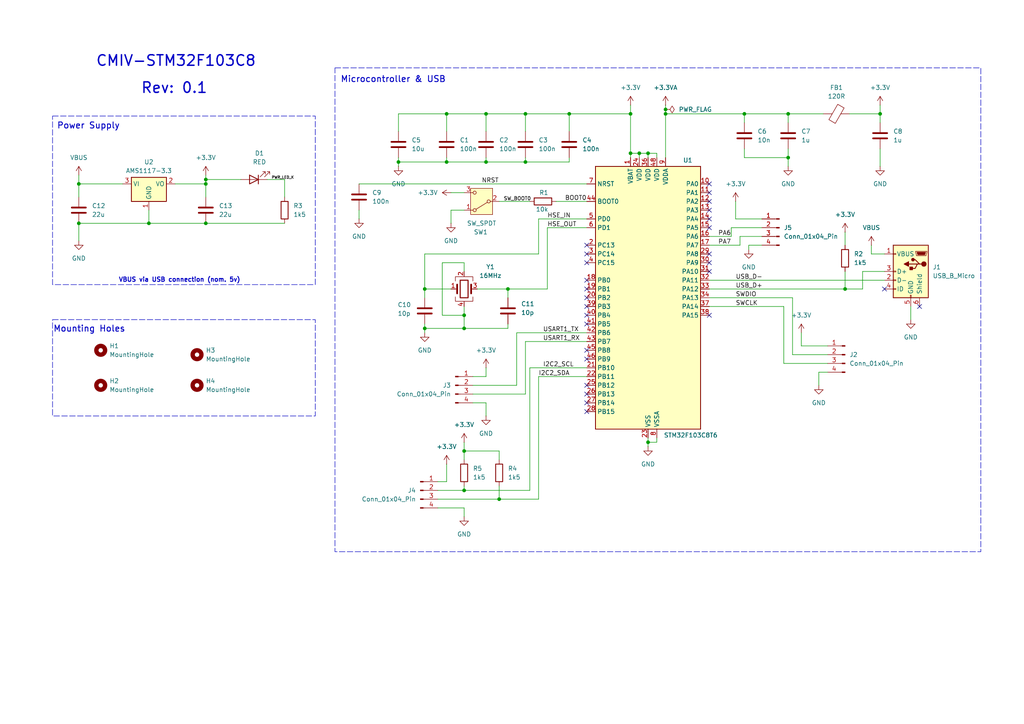
<source format=kicad_sch>
(kicad_sch (version 20250114) (generator "eeschema") (generator_version "9.0")
  (paper "A4")
  (title_block (title "CMIV STM32F103C8") (date "2025-04-14") (rev "0.1") (company "Oceanus Group LLC"))
  (lib_symbols
    (symbol "Connector:Conn_01x04_Pin" (pin_names (offset 1.016) (hide yes))
      (property "Reference" "J" (at 0 5.08 0))
      (property "Value" "Conn_01x04_Pin" (at 0 -7.62 0))
      (symbol "Conn_01x04_Pin_1_1"
        (rectangle (start 0.8636 2.667) (end 0 2.413) (stroke (width 0.1524)) (fill (type outline)))
        (rectangle (start 0.8636 0.127) (end 0 -0.127) (stroke (width 0.1524)) (fill (type outline)))
        (rectangle (start 0.8636 -2.413) (end 0 -2.667) (stroke (width 0.1524)) (fill (type outline)))
        (rectangle (start 0.8636 -4.953) (end 0 -5.207) (stroke (width 0.1524)) (fill (type outline)))
        (polyline (pts (xy 1.27 2.54) (xy 0.8636 2.54)) (stroke (width 0.1524)))
        (polyline (pts (xy 1.27 0) (xy 0.8636 0)) (stroke (width 0.1524)))
        (polyline (pts (xy 1.27 -2.54) (xy 0.8636 -2.54)) (stroke (width 0.1524)))
        (polyline (pts (xy 1.27 -5.08) (xy 0.8636 -5.08)) (stroke (width 0.1524)))
        (pin passive line (at 5.08 2.54 180) (length 3.81) (name "Pin_1") (number "1"))
        (pin passive line (at 5.08 0 180) (length 3.81) (name "Pin_2") (number "2"))
        (pin passive line (at 5.08 -2.54 180) (length 3.81) (name "Pin_3") (number "3"))
        (pin passive line (at 5.08 -5.08 180) (length 3.81) (name "Pin_4") (number "4"))
      )
    )
    (symbol "Connector:USB_B_Micro" (pin_names (offset 1.016))
      (property "Reference" "J" (at -5.08 11.43 0))
      (property "Value" "USB_B_Micro" (at -5.08 8.89 0))
      (symbol "USB_B_Micro_0_1"
        (rectangle (start -5.08 -7.62) (end 5.08 7.62) (stroke (width 0.254)) (fill (type background)))
        (polyline (pts (xy -4.699 5.842) (xy -4.699 5.588) (xy -4.445 4.826) (xy -4.445 4.572) (xy -1.651 4.572) (xy -1.651 4.826) (xy -1.397 5.588) (xy -1.397 5.842) (xy -4.699 5.842)))
        (polyline (pts (xy -4.318 5.588) (xy -1.778 5.588) (xy -2.032 4.826) (xy -4.064 4.826) (xy -4.318 5.588)) (fill (type outline)))
        (circle (center -3.81 2.159) (radius 0.635) (stroke (width 0.254)) (fill (type outline)))
        (polyline (pts (xy -3.175 2.159) (xy -2.54 2.159) (xy -1.27 3.429) (xy -0.635 3.429)) (stroke (width 0.254)))
        (polyline (pts (xy -2.54 2.159) (xy -1.905 2.159) (xy -1.27 0.889) (xy 0 0.889)) (stroke (width 0.254)))
        (polyline (pts (xy -1.905 2.159) (xy 0.635 2.159)) (stroke (width 0.254)))
        (circle (center -0.635 3.429) (radius 0.381) (stroke (width 0.254)) (fill (type outline)))
        (rectangle (start -0.127 -7.62) (end 0.127 -6.858))
        (rectangle (start 0.254 1.27) (end -0.508 0.508) (stroke (width 0.254)) (fill (type outline)))
        (polyline (pts (xy 0.635 2.794) (xy 0.635 1.524) (xy 1.905 2.159) (xy 0.635 2.794)) (stroke (width 0.254)) (fill (type outline)))
        (rectangle (start 5.08 4.953) (end 4.318 5.207))
        (rectangle (start 5.08 -0.127) (end 4.318 0.127))
        (rectangle (start 5.08 -2.667) (end 4.318 -2.413))
        (rectangle (start 5.08 -5.207) (end 4.318 -4.953))
      )
      (symbol "USB_B_Micro_1_1"
        (pin passive line (at -2.54 -10.16 90) (length 2.54) (name "Shield") (number "6"))
        (pin power_out line (at 0 -10.16 90) (length 2.54) (name "GND") (number "5"))
        (pin power_out line (at 7.62 5.08 180) (length 2.54) (name "VBUS") (number "1"))
        (pin bidirectional line (at 7.62 0 180) (length 2.54) (name "D+") (number "3"))
        (pin bidirectional line (at 7.62 -2.54 180) (length 2.54) (name "D-") (number "2"))
        (pin passive line (at 7.62 -5.08 180) (length 2.54) (name "ID") (number "4"))
      )
    )
    (symbol "Device:C" (pin_numbers (hide yes)) (pin_names (offset 0.254))
      (property "Reference" "C" (at 0.635 2.54 0))
      (property "Value" "C" (at 0.635 -2.54 0))
      (symbol "C_0_1"
        (polyline (pts (xy -2.032 0.762) (xy 2.032 0.762)) (stroke (width 0.508)))
        (polyline (pts (xy -2.032 -0.762) (xy 2.032 -0.762)) (stroke (width 0.508)))
      )
      (symbol "C_1_1"
        (pin passive line (at 0 3.81 270) (length 2.794) (name "~") (number "1"))
        (pin passive line (at 0 -3.81 90) (length 2.794) (name "~") (number "2"))
      )
    )
    (symbol "Device:Crystal_GND24" (pin_names (offset 1.016) (hide yes))
      (property "Reference" "Y" (at 3.175 5.08 0))
      (property "Value" "Crystal_GND24" (at 3.175 3.175 0))
      (symbol "Crystal_GND24_0_1"
        (polyline (pts (xy -2.54 2.286) (xy -2.54 3.556) (xy 2.54 3.556) (xy 2.54 2.286)))
        (polyline (pts (xy -2.54 0) (xy -2.032 0)))
        (polyline (pts (xy -2.54 -2.286) (xy -2.54 -3.556) (xy 2.54 -3.556) (xy 2.54 -2.286)))
        (polyline (pts (xy -2.032 -1.27) (xy -2.032 1.27)) (stroke (width 0.508)))
        (rectangle (start -1.143 2.54) (end 1.143 -2.54) (stroke (width 0.3048)))
        (polyline (pts (xy 0 3.556) (xy 0 3.81)))
        (polyline (pts (xy 0 -3.81) (xy 0 -3.556)))
        (polyline (pts (xy 2.032 0) (xy 2.54 0)))
        (polyline (pts (xy 2.032 -1.27) (xy 2.032 1.27)) (stroke (width 0.508)))
      )
      (symbol "Crystal_GND24_1_1"
        (pin passive line (at -3.81 0 0) (length 1.27) (name "1") (number "1"))
        (pin passive line (at 0 5.08 270) (length 1.27) (name "2") (number "2"))
        (pin passive line (at 0 -5.08 90) (length 1.27) (name "4") (number "4"))
        (pin passive line (at 3.81 0 180) (length 1.27) (name "3") (number "3"))
      )
    )
    (symbol "Device:FerriteBead" (pin_numbers (hide yes)) (pin_names (offset 0))
      (property "Reference" "FB" (at -3.81 0.635 90))
      (property "Value" "FerriteBead" (at 3.81 0 90))
      (symbol "FerriteBead_0_1"
        (polyline (pts (xy -2.7686 0.4064) (xy -1.7018 2.2606) (xy 2.7686 -0.3048) (xy 1.6764 -2.159) (xy -2.7686 0.4064)))
        (polyline (pts (xy 0 1.27) (xy 0 1.2954)))
        (polyline (pts (xy 0 -1.27) (xy 0 -1.2192)))
      )
      (symbol "FerriteBead_1_1"
        (pin passive line (at 0 3.81 270) (length 2.54) (name "~") (number "1"))
        (pin passive line (at 0 -3.81 90) (length 2.54) (name "~") (number "2"))
      )
    )
    (symbol "Device:LED" (pin_numbers (hide yes)) (pin_names (offset 1.016) (hide yes))
      (property "Reference" "D" (at 0 2.54 0))
      (property "Value" "LED" (at 0 -2.54 0))
      (symbol "LED_0_1"
        (polyline (pts (xy -3.048 -0.762) (xy -4.572 -2.286) (xy -3.81 -2.286) (xy -4.572 -2.286) (xy -4.572 -1.524)))
        (polyline (pts (xy -1.778 -0.762) (xy -3.302 -2.286) (xy -2.54 -2.286) (xy -3.302 -2.286) (xy -3.302 -1.524)))
        (polyline (pts (xy -1.27 0) (xy 1.27 0)))
        (polyline (pts (xy -1.27 -1.27) (xy -1.27 1.27)) (stroke (width 0.254)))
        (polyline (pts (xy 1.27 -1.27) (xy 1.27 1.27) (xy -1.27 0) (xy 1.27 -1.27)) (stroke (width 0.254)))
      )
      (symbol "LED_1_1"
        (pin passive line (at -3.81 0 0) (length 2.54) (name "K") (number "1"))
        (pin passive line (at 3.81 0 180) (length 2.54) (name "A") (number "2"))
      )
    )
    (symbol "Device:R" (pin_numbers (hide yes)) (pin_names (offset 0))
      (property "Reference" "R" (at 2.032 0 90))
      (property "Value" "R" (at 0 0 90))
      (symbol "R_0_1"
        (rectangle (start -1.016 -2.54) (end 1.016 2.54) (stroke (width 0.254)))
      )
      (symbol "R_1_1"
        (pin passive line (at 0 3.81 270) (length 1.27) (name "~") (number "1"))
        (pin passive line (at 0 -3.81 90) (length 1.27) (name "~") (number "2"))
      )
    )
    (symbol "MCU_ST_STM32F1:STM32F103C8Tx"
      (property "Reference" "U" (at -15.24 39.37 0))
      (property "Value" "STM32F103C8Tx" (at 7.62 39.37 0))
      (symbol "STM32F103C8Tx_0_1"
        (rectangle (start -15.24 -38.1) (end 15.24 38.1) (stroke (width 0.254)) (fill (type background)))
      )
      (symbol "STM32F103C8Tx_1_1"
        (pin input line (at -17.78 33.02 0) (length 2.54) (name "NRST") (number "7"))
        (pin input line (at -17.78 27.94 0) (length 2.54) (name "BOOT0") (number "44"))
        (pin bidirectional line (at -17.78 22.86 0) (length 2.54) (name "PD0") (number "5"))
        (pin bidirectional line (at -17.78 20.32 0) (length 2.54) (name "PD1") (number "6"))
        (pin bidirectional line (at -17.78 15.24 0) (length 2.54) (name "PC13") (number "2"))
        (pin bidirectional line (at -17.78 12.7 0) (length 2.54) (name "PC14") (number "3"))
        (pin bidirectional line (at -17.78 10.16 0) (length 2.54) (name "PC15") (number "4"))
        (pin bidirectional line (at -17.78 5.08 0) (length 2.54) (name "PB0") (number "18"))
        (pin bidirectional line (at -17.78 2.54 0) (length 2.54) (name "PB1") (number "19"))
        (pin bidirectional line (at -17.78 0 0) (length 2.54) (name "PB2") (number "20"))
        (pin bidirectional line (at -17.78 -2.54 0) (length 2.54) (name "PB3") (number "39"))
        (pin bidirectional line (at -17.78 -5.08 0) (length 2.54) (name "PB4") (number "40"))
        (pin bidirectional line (at -17.78 -7.62 0) (length 2.54) (name "PB5") (number "41"))
        (pin bidirectional line (at -17.78 -10.16 0) (length 2.54) (name "PB6") (number "42"))
        (pin bidirectional line (at -17.78 -12.7 0) (length 2.54) (name "PB7") (number "43"))
        (pin bidirectional line (at -17.78 -15.24 0) (length 2.54) (name "PB8") (number "45"))
        (pin bidirectional line (at -17.78 -17.78 0) (length 2.54) (name "PB9") (number "46"))
        (pin bidirectional line (at -17.78 -20.32 0) (length 2.54) (name "PB10") (number "21"))
        (pin bidirectional line (at -17.78 -22.86 0) (length 2.54) (name "PB11") (number "22"))
        (pin bidirectional line (at -17.78 -25.4 0) (length 2.54) (name "PB12") (number "25"))
        (pin bidirectional line (at -17.78 -27.94 0) (length 2.54) (name "PB13") (number "26"))
        (pin bidirectional line (at -17.78 -30.48 0) (length 2.54) (name "PB14") (number "27"))
        (pin bidirectional line (at -17.78 -33.02 0) (length 2.54) (name "PB15") (number "28"))
        (pin power_in line (at -5.08 40.64 270) (length 2.54) (name "VBAT") (number "1"))
        (pin power_in line (at -2.54 40.64 270) (length 2.54) (name "VDD") (number "24"))
        (pin power_in line (at 0 40.64 270) (length 2.54) (name "VDD") (number "36"))
        (pin power_in line (at 0 -40.64 90) (length 2.54) (name "VSS") (number "23"))
        (pin passive line (at 0 -40.64 90) (length 2.54) (hide yes) (name "VSS") (number "35"))
        (pin passive line (at 0 -40.64 90) (length 2.54) (hide yes) (name "VSS") (number "47"))
        (pin power_in line (at 2.54 40.64 270) (length 2.54) (name "VDD") (number "48"))
        (pin power_in line (at 2.54 -40.64 90) (length 2.54) (name "VSSA") (number "8"))
        (pin power_in line (at 5.08 40.64 270) (length 2.54) (name "VDDA") (number "9"))
        (pin bidirectional line (at 17.78 33.02 180) (length 2.54) (name "PA0") (number "10"))
        (pin bidirectional line (at 17.78 30.48 180) (length 2.54) (name "PA1") (number "11"))
        (pin bidirectional line (at 17.78 27.94 180) (length 2.54) (name "PA2") (number "12"))
        (pin bidirectional line (at 17.78 25.4 180) (length 2.54) (name "PA3") (number "13"))
        (pin bidirectional line (at 17.78 22.86 180) (length 2.54) (name "PA4") (number "14"))
        (pin bidirectional line (at 17.78 20.32 180) (length 2.54) (name "PA5") (number "15"))
        (pin bidirectional line (at 17.78 17.78 180) (length 2.54) (name "PA6") (number "16"))
        (pin bidirectional line (at 17.78 15.24 180) (length 2.54) (name "PA7") (number "17"))
        (pin bidirectional line (at 17.78 12.7 180) (length 2.54) (name "PA8") (number "29"))
        (pin bidirectional line (at 17.78 10.16 180) (length 2.54) (name "PA9") (number "30"))
        (pin bidirectional line (at 17.78 7.62 180) (length 2.54) (name "PA10") (number "31"))
        (pin bidirectional line (at 17.78 5.08 180) (length 2.54) (name "PA11") (number "32"))
        (pin bidirectional line (at 17.78 2.54 180) (length 2.54) (name "PA12") (number "33"))
        (pin bidirectional line (at 17.78 0 180) (length 2.54) (name "PA13") (number "34"))
        (pin bidirectional line (at 17.78 -2.54 180) (length 2.54) (name "PA14") (number "37"))
        (pin bidirectional line (at 17.78 -5.08 180) (length 2.54) (name "PA15") (number "38"))
      )
    )
    (symbol "Mechanical:MountingHole" (pin_names (offset 1.016)) (in_bom no)
      (property "Reference" "H" (at 0 5.08 0))
      (property "Value" "MountingHole" (at 0 3.175 0))
      (symbol "MountingHole_0_1"
        (circle (center 0 0) (radius 1.27) (stroke (width 1.27)))
      )
    )
    (symbol "Regulator_Linear:AMS1117-3.3"
      (property "Reference" "U" (at -3.81 3.175 0))
      (property "Value" "AMS1117-3.3" (at 0 3.175 0))
      (symbol "AMS1117-3.3_0_1"
        (rectangle (start -5.08 -5.08) (end 5.08 1.905) (stroke (width 0.254)) (fill (type background)))
      )
      (symbol "AMS1117-3.3_1_1"
        (pin power_in line (at -7.62 0 0) (length 2.54) (name "VI") (number "3"))
        (pin power_in line (at 0 -7.62 90) (length 2.54) (name "GND") (number "1"))
        (pin power_out line (at 7.62 0 180) (length 2.54) (name "VO") (number "2"))
      )
    )
    (symbol "Switch:SW_SPDT" (pin_names (offset 0) (hide yes))
      (property "Reference" "SW" (at 0 5.08 0))
      (property "Value" "SW_SPDT" (at 0 -5.08 0))
      (symbol "SW_SPDT_0_1"
        (circle (center -2.032 0) (radius 0.4572))
        (polyline (pts (xy -1.651 0.254) (xy 1.651 2.286)))
        (circle (center 2.032 2.54) (radius 0.4572))
        (circle (center 2.032 -2.54) (radius 0.4572))
      )
      (symbol "SW_SPDT_1_1"
        (rectangle (start -3.175 3.81) (end 3.175 -3.81) (fill (type background)))
        (pin passive line (at -5.08 0 0) (length 2.54) (name "B") (number "2"))
        (pin passive line (at 5.08 2.54 180) (length 2.54) (name "A") (number "1"))
        (pin passive line (at 5.08 -2.54 180) (length 2.54) (name "C") (number "3"))
      )
    )
    (symbol "power:+3.3V" (power) (pin_numbers (hide yes)) (pin_names (offset 0) (hide yes))
      (property "Value" "+3.3V" (at 0 3.556 0))
      (symbol "+3.3V_0_1"
        (polyline (pts (xy -0.762 1.27) (xy 0 2.54)))
        (polyline (pts (xy 0 2.54) (xy 0.762 1.27)))
        (polyline (pts (xy 0 0) (xy 0 2.54)))
      )
      (symbol "+3.3V_1_1"
        (pin power_in line (at 0 0 90) (length 0) (name "~") (number "1"))
      )
    )
    (symbol "power:+3.3VA" (power) (pin_numbers (hide yes)) (pin_names (offset 0) (hide yes))
      (property "Value" "+3.3VA" (at 0 3.556 0))
      (symbol "+3.3VA_0_1"
        (polyline (pts (xy -0.762 1.27) (xy 0 2.54)))
        (polyline (pts (xy 0 2.54) (xy 0.762 1.27)))
        (polyline (pts (xy 0 0) (xy 0 2.54)))
      )
      (symbol "+3.3VA_1_1"
        (pin power_in line (at 0 0 90) (length 0) (name "~") (number "1"))
      )
    )
    (symbol "power:GND" (power) (pin_numbers (hide yes)) (pin_names (offset 0) (hide yes))
      (property "Value" "GND" (at 0 -3.81 0))
      (symbol "GND_0_1"
        (polyline (pts (xy 0 0) (xy 0 -1.27) (xy 1.27 -1.27) (xy 0 -2.54) (xy -1.27 -1.27) (xy 0 -1.27)))
      )
      (symbol "GND_1_1"
        (pin power_in line (at 0 0 270) (length 0) (name "~") (number "1"))
      )
    )
    (symbol "power:PWR_FLAG" (power) (pin_numbers (hide yes)) (pin_names (offset 0) (hide yes))
      (property "Value" "PWR_FLAG" (at 0 3.81 0))
      (symbol "PWR_FLAG_0_0"
        (pin power_out line (at 0 0 90) (length 0) (name "~") (number "1"))
      )
      (symbol "PWR_FLAG_0_1"
        (polyline (pts (xy 0 0) (xy 0 1.27) (xy -1.016 1.905) (xy 0 2.54) (xy 1.016 1.905) (xy 0 1.27)))
      )
    )
    (symbol "power:VBUS" (power) (pin_numbers (hide yes)) (pin_names (offset 0) (hide yes))
      (property "Value" "VBUS" (at 0 3.556 0))
      (symbol "VBUS_0_1"
        (polyline (pts (xy -0.762 1.27) (xy 0 2.54)))
        (polyline (pts (xy 0 2.54) (xy 0.762 1.27)))
        (polyline (pts (xy 0 0) (xy 0 2.54)))
      )
      (symbol "VBUS_1_1"
        (pin power_in line (at 0 0 90) (length 0) (name "~") (number "1"))
      )
    )
  )
  (rectangle (start 15.24 92.71) (end 91.44 120.65) (stroke (width 0) (type dash)))
  (rectangle (start 97.155 19.685) (end 284.48 160.02) (stroke (width 0) (type dash)))
  (rectangle (start 15.24 33.655) (end 91.44 82.55) (stroke (width 0) (type dash)))
  (text "Rev: 0.1" (at 50.546 25.654 0) (effects (font (size 3.048 3.048) (thickness 0.4064) (bold yes))))
  (text "Power Supply" (at 25.654 36.576 0) (effects (font (size 1.778 1.778) (thickness 0.254) (bold yes))))
  (text "VBUS via USB connection (nom. 5v)" (at 52.07 81.28 0) (effects (font (size 1.27 1.27) (thickness 0.254) (bold yes))))
  (text "Mounting Holes\n" (at 25.908 95.504 0) (effects (font (size 1.778 1.778) (thickness 0.254) (bold yes))))
  (text "CMIV-STM32F103C8" (at 51.054 17.78 0) (effects (font (size 3.048 3.048) (thickness 0.4064) (bold yes))))
  (text "Microcontroller & USB" (at 114.046 23.114 0) (effects (font (size 1.778 1.778) (thickness 0.254) (bold yes))))
  (junction (at 134.62 130.81))
  (junction (at 115.57 46.99))
  (junction (at 228.6 45.72))
  (junction (at 123.19 83.82))
  (junction (at 43.18 64.77))
  (junction (at 129.54 33.02))
  (junction (at 140.97 46.99))
  (junction (at 193.04 31.75))
  (junction (at 245.11 83.82))
  (junction (at 134.62 95.25))
  (junction (at 140.97 33.02))
  (junction (at 215.9 33.02))
  (junction (at 134.62 91.44))
  (junction (at 193.04 33.02))
  (junction (at 152.4 46.99))
  (junction (at 129.54 46.99))
  (junction (at 59.69 64.77))
  (junction (at 185.42 44.45))
  (junction (at 165.1 33.02))
  (junction (at 228.6 33.02))
  (junction (at 22.86 53.34))
  (junction (at 187.96 44.45))
  (junction (at 134.62 142.24))
  (junction (at 182.88 33.02))
  (junction (at 187.96 128.27))
  (junction (at 123.19 95.25))
  (junction (at 59.69 53.34))
  (junction (at 255.27 33.02))
  (junction (at 152.4 33.02))
  (junction (at 59.69 52.07))
  (junction (at 22.86 64.77))
  (junction (at 147.32 83.82))
  (junction (at 144.78 144.78))
  (junction (at 182.88 44.45))
  (no_connect (at 170.18 83.82))
  (no_connect (at 205.74 58.42))
  (no_connect (at 170.18 104.14))
  (no_connect (at 170.18 101.6))
  (no_connect (at 170.18 119.38))
  (no_connect (at 205.74 78.74))
  (no_connect (at 170.18 81.28))
  (no_connect (at 170.18 76.2))
  (no_connect (at 170.18 71.12))
  (no_connect (at 205.74 91.44))
  (no_connect (at 205.74 76.2))
  (no_connect (at 170.18 111.76))
  (no_connect (at 170.18 88.9))
  (no_connect (at 205.74 60.96))
  (no_connect (at 205.74 66.04))
  (no_connect (at 170.18 86.36))
  (no_connect (at 205.74 55.88))
  (no_connect (at 170.18 116.84))
  (no_connect (at 256.54 83.82))
  (no_connect (at 205.74 73.66))
  (no_connect (at 170.18 114.3))
  (no_connect (at 170.18 73.66))
  (no_connect (at 170.18 91.44))
  (no_connect (at 205.74 63.5))
  (no_connect (at 266.7 88.9))
  (no_connect (at 205.74 53.34))
  (no_connect (at 170.18 93.98))
  (wire (pts (xy 165.1 45.72) (xy 165.1 46.99)))
  (wire (pts (xy 190.5 44.45) (xy 187.96 44.45)))
  (wire (pts (xy 104.14 53.34) (xy 170.18 53.34)))
  (wire (pts (xy 127 144.78) (xy 144.78 144.78)))
  (wire (pts (xy 228.6 43.18) (xy 228.6 45.72)))
  (wire (pts (xy 193.04 45.72) (xy 193.04 33.02)))
  (wire (pts (xy 137.16 111.76) (xy 149.86 111.76)))
  (wire (pts (xy 147.32 83.82) (xy 147.32 86.36)))
  (wire (pts (xy 144.78 140.97) (xy 144.78 144.78)))
  (wire (pts (xy 205.74 86.36) (xy 229.87 86.36)))
  (wire (pts (xy 205.74 71.12) (xy 214.63 71.12)))
  (wire (pts (xy 252.73 71.12) (xy 252.73 73.66)))
  (wire (pts (xy 50.8 53.34) (xy 59.69 53.34)))
  (wire (pts (xy 190.5 128.27) (xy 187.96 128.27)))
  (wire (pts (xy 193.04 33.02) (xy 215.9 33.02)))
  (wire (pts (xy 134.62 88.9) (xy 134.62 91.44)))
  (wire (pts (xy 182.88 44.45) (xy 182.88 45.72)))
  (wire (pts (xy 115.57 38.1) (xy 115.57 33.02)))
  (wire (pts (xy 228.6 33.02) (xy 228.6 35.56)))
  (wire (pts (xy 22.86 53.34) (xy 22.86 57.15)))
  (wire (pts (xy 77.47 52.07) (xy 82.55 52.07)))
  (wire (pts (xy 232.41 96.52) (xy 232.41 100.33)))
  (wire (pts (xy 134.62 147.32) (xy 134.62 149.86)))
  (wire (pts (xy 134.62 95.25) (xy 147.32 95.25)))
  (wire (pts (xy 144.78 58.42) (xy 153.67 58.42)))
  (wire (pts (xy 240.03 105.41) (xy 227.33 105.41)))
  (wire (pts (xy 240.03 102.87) (xy 229.87 102.87)))
  (wire (pts (xy 59.69 52.07) (xy 69.85 52.07)))
  (wire (pts (xy 104.14 60.96) (xy 104.14 63.5)))
  (wire (pts (xy 215.9 33.02) (xy 228.6 33.02)))
  (wire (pts (xy 134.62 128.27) (xy 134.62 130.81)))
  (wire (pts (xy 128.27 76.2) (xy 128.27 91.44)))
  (wire (pts (xy 134.62 142.24) (xy 153.67 142.24)))
  (wire (pts (xy 152.4 46.99) (xy 165.1 46.99)))
  (wire (pts (xy 115.57 46.99) (xy 115.57 48.26)))
  (wire (pts (xy 220.98 71.12) (xy 217.17 71.12)))
  (wire (pts (xy 138.43 83.82) (xy 147.32 83.82)))
  (wire (pts (xy 187.96 128.27) (xy 187.96 129.54)))
  (wire (pts (xy 147.32 83.82) (xy 158.75 83.82)))
  (wire (pts (xy 205.74 68.58) (xy 212.09 68.58)))
  (wire (pts (xy 22.86 64.77) (xy 43.18 64.77)))
  (wire (pts (xy 129.54 33.02) (xy 140.97 33.02)))
  (wire (pts (xy 232.41 100.33) (xy 240.03 100.33)))
  (wire (pts (xy 220.98 68.58) (xy 214.63 68.58)))
  (wire (pts (xy 35.56 53.34) (xy 22.86 53.34)))
  (wire (pts (xy 115.57 45.72) (xy 115.57 46.99)))
  (wire (pts (xy 229.87 102.87) (xy 229.87 86.36)))
  (wire (pts (xy 185.42 45.72) (xy 185.42 44.45)))
  (wire (pts (xy 134.62 130.81) (xy 144.78 130.81)))
  (wire (pts (xy 123.19 95.25) (xy 123.19 96.52)))
  (wire (pts (xy 123.19 95.25) (xy 134.62 95.25)))
  (wire (pts (xy 140.97 116.84) (xy 140.97 120.65)))
  (wire (pts (xy 215.9 43.18) (xy 215.9 45.72)))
  (wire (pts (xy 59.69 64.77) (xy 82.55 64.77)))
  (wire (pts (xy 130.81 55.88) (xy 134.62 55.88)))
  (wire (pts (xy 190.5 45.72) (xy 190.5 44.45)))
  (wire (pts (xy 123.19 83.82) (xy 123.19 86.36)))
  (wire (pts (xy 127 147.32) (xy 134.62 147.32)))
  (wire (pts (xy 255.27 30.48) (xy 255.27 33.02)))
  (wire (pts (xy 245.11 78.74) (xy 245.11 83.82)))
  (wire (pts (xy 152.4 45.72) (xy 152.4 46.99)))
  (wire (pts (xy 153.67 106.68) (xy 170.18 106.68)))
  (wire (pts (xy 182.88 33.02) (xy 182.88 44.45)))
  (wire (pts (xy 134.62 78.74) (xy 134.62 76.2)))
  (wire (pts (xy 256.54 78.74) (xy 250.19 78.74)))
  (wire (pts (xy 264.16 88.9) (xy 264.16 92.71)))
  (wire (pts (xy 147.32 93.98) (xy 147.32 95.25)))
  (wire (pts (xy 255.27 33.02) (xy 246.38 33.02)))
  (wire (pts (xy 123.19 73.66) (xy 156.21 73.66)))
  (wire (pts (xy 144.78 133.35) (xy 144.78 130.81)))
  (wire (pts (xy 228.6 45.72) (xy 228.6 48.26)))
  (wire (pts (xy 250.19 78.74) (xy 250.19 83.82)))
  (wire (pts (xy 129.54 45.72) (xy 129.54 46.99)))
  (wire (pts (xy 129.54 46.99) (xy 140.97 46.99)))
  (wire (pts (xy 187.96 127) (xy 187.96 128.27)))
  (wire (pts (xy 59.69 50.8) (xy 59.69 52.07)))
  (wire (pts (xy 123.19 93.98) (xy 123.19 95.25)))
  (wire (pts (xy 187.96 44.45) (xy 185.42 44.45)))
  (wire (pts (xy 182.88 30.48) (xy 182.88 33.02)))
  (wire (pts (xy 190.5 127) (xy 190.5 128.27)))
  (wire (pts (xy 140.97 33.02) (xy 152.4 33.02)))
  (wire (pts (xy 137.16 114.3) (xy 152.4 114.3)))
  (wire (pts (xy 158.75 66.04) (xy 170.18 66.04)))
  (wire (pts (xy 115.57 33.02) (xy 129.54 33.02)))
  (wire (pts (xy 215.9 33.02) (xy 215.9 35.56)))
  (wire (pts (xy 217.17 71.12) (xy 217.17 72.39)))
  (wire (pts (xy 144.78 144.78) (xy 156.21 144.78)))
  (wire (pts (xy 43.18 64.77) (xy 59.69 64.77)))
  (wire (pts (xy 137.16 109.22) (xy 140.97 109.22)))
  (wire (pts (xy 187.96 45.72) (xy 187.96 44.45)))
  (wire (pts (xy 205.74 83.82) (xy 245.11 83.82)))
  (wire (pts (xy 156.21 109.22) (xy 170.18 109.22)))
  (wire (pts (xy 156.21 144.78) (xy 156.21 109.22)))
  (wire (pts (xy 128.27 91.44) (xy 134.62 91.44)))
  (wire (pts (xy 82.55 52.07) (xy 82.55 57.15)))
  (wire (pts (xy 214.63 68.58) (xy 214.63 71.12)))
  (wire (pts (xy 140.97 38.1) (xy 140.97 33.02)))
  (wire (pts (xy 149.86 111.76) (xy 149.86 96.52)))
  (wire (pts (xy 193.04 31.75) (xy 193.04 33.02)))
  (wire (pts (xy 22.86 50.8) (xy 22.86 53.34)))
  (wire (pts (xy 123.19 83.82) (xy 123.19 73.66)))
  (wire (pts (xy 59.69 52.07) (xy 59.69 53.34)))
  (wire (pts (xy 137.16 116.84) (xy 140.97 116.84)))
  (wire (pts (xy 161.29 58.42) (xy 170.18 58.42)))
  (wire (pts (xy 152.4 33.02) (xy 165.1 33.02)))
  (wire (pts (xy 165.1 33.02) (xy 182.88 33.02)))
  (wire (pts (xy 240.03 107.95) (xy 237.49 107.95)))
  (wire (pts (xy 152.4 38.1) (xy 152.4 33.02)))
  (wire (pts (xy 237.49 107.95) (xy 237.49 111.76)))
  (wire (pts (xy 228.6 33.02) (xy 238.76 33.02)))
  (wire (pts (xy 220.98 66.04) (xy 212.09 66.04)))
  (wire (pts (xy 134.62 60.96) (xy 130.81 60.96)))
  (wire (pts (xy 220.98 63.5) (xy 213.36 63.5)))
  (wire (pts (xy 212.09 66.04) (xy 212.09 68.58)))
  (wire (pts (xy 205.74 81.28) (xy 256.54 81.28)))
  (wire (pts (xy 134.62 76.2) (xy 128.27 76.2)))
  (wire (pts (xy 205.74 88.9) (xy 227.33 88.9)))
  (wire (pts (xy 255.27 35.56) (xy 255.27 33.02)))
  (wire (pts (xy 140.97 45.72) (xy 140.97 46.99)))
  (wire (pts (xy 227.33 105.41) (xy 227.33 88.9)))
  (wire (pts (xy 130.81 60.96) (xy 130.81 64.77)))
  (wire (pts (xy 255.27 43.18) (xy 255.27 48.26)))
  (wire (pts (xy 134.62 140.97) (xy 134.62 142.24)))
  (wire (pts (xy 129.54 38.1) (xy 129.54 33.02)))
  (wire (pts (xy 252.73 73.66) (xy 256.54 73.66)))
  (wire (pts (xy 130.81 83.82) (xy 123.19 83.82)))
  (wire (pts (xy 213.36 63.5) (xy 213.36 58.42)))
  (wire (pts (xy 185.42 44.45) (xy 182.88 44.45)))
  (wire (pts (xy 129.54 134.62) (xy 129.54 139.7)))
  (wire (pts (xy 127 142.24) (xy 134.62 142.24)))
  (wire (pts (xy 134.62 91.44) (xy 134.62 95.25)))
  (wire (pts (xy 156.21 63.5) (xy 170.18 63.5)))
  (wire (pts (xy 134.62 130.81) (xy 134.62 133.35)))
  (wire (pts (xy 140.97 46.99) (xy 152.4 46.99)))
  (wire (pts (xy 115.57 46.99) (xy 129.54 46.99)))
  (wire (pts (xy 140.97 109.22) (xy 140.97 106.68)))
  (wire (pts (xy 153.67 142.24) (xy 153.67 106.68)))
  (wire (pts (xy 245.11 67.31) (xy 245.11 71.12)))
  (wire (pts (xy 158.75 83.82) (xy 158.75 66.04)))
  (wire (pts (xy 152.4 99.06) (xy 170.18 99.06)))
  (wire (pts (xy 149.86 96.52) (xy 170.18 96.52)))
  (wire (pts (xy 193.04 30.48) (xy 193.04 31.75)))
  (wire (pts (xy 245.11 83.82) (xy 250.19 83.82)))
  (wire (pts (xy 152.4 114.3) (xy 152.4 99.06)))
  (wire (pts (xy 156.21 73.66) (xy 156.21 63.5)))
  (wire (pts (xy 43.18 60.96) (xy 43.18 64.77)))
  (wire (pts (xy 127 139.7) (xy 129.54 139.7)))
  (wire (pts (xy 165.1 38.1) (xy 165.1 33.02)))
  (wire (pts (xy 215.9 45.72) (xy 228.6 45.72)))
  (wire (pts (xy 59.69 57.15) (xy 59.69 53.34)))
  (wire (pts (xy 22.86 64.77) (xy 22.86 69.85)))
  (label "NRST" (at 139.7 53.34 0))
  (label "SWCLK" (at 213.36 88.9 0))
  (label "USB_D-" (at 213.36 81.28 0))
  (label "SW_BOOT0" (at 146.05 58.42 0) (effects (font (size 1.016 1.016))))
  (label "I2C2_SCL" (at 157.48 106.68 0))
  (label "PWR_LED_K" (at 78.74 52.07 0) (effects (font (size 0.762 0.762))))
  (label "SWDIO" (at 213.36 86.36 0))
  (label "PA6" (at 208.28 68.58 0))
  (label "BOOT0" (at 163.83 58.42 0))
  (label "I2C2_SDA" (at 156.21 109.22 0))
  (label "USART1_RX" (at 157.48 99.06 0))
  (label "USART1_TX" (at 157.48 96.52 0))
  (label "HSE_OUT" (at 158.75 66.04 0))
  (label "USB_D+" (at 213.36 83.82 0))
  (label "HSE_IN" (at 158.75 63.5 0))
  (label "PA7" (at 208.28 71.12 0))
  (symbol (lib_id "power:+3.3V") (at 255.27 30.48 0) (unit 1)
    (property "Reference" "#PWR07" (effects (hide yes)))
    (property "Value" "+3.3V" (at 255.27 25.4 0))
    (property "Description" "Power symbol creates a global label with name \"+3.3V\"" (effects (hide yes)))
  )
  (symbol (lib_id "Device:C") (at 255.27 39.37 0) (unit 1)
    (property "Reference" "C8" (at 259.08 38.0999 0) (effects (justify left)))
    (property "Value" "1u" (at 259.08 40.6399 0) (effects (justify left)))
    (property "Footprint" "Capacitor_SMD:C_0402_1005Metric" (effects (hide yes)))
    (property "Description" "Unpolarized capacitor" (effects (hide yes)))
  )
  (symbol (lib_id "Device:C") (at 22.86 60.96 0) (unit 1)
    (property "Reference" "C12" (at 26.67 59.6899 0) (effects (justify left)))
    (property "Value" "22u" (at 26.67 62.2299 0) (effects (justify left)))
    (property "Footprint" "Capacitor_SMD:C_0805_2012Metric" (effects (hide yes)))
    (property "Description" "Unpolarized capacitor" (effects (hide yes)))
  )
  (symbol (lib_id "Device:C") (at 129.54 41.91 0) (unit 1)
    (property "Reference" "C1" (at 133.35 40.6399 0) (effects (justify left)))
    (property "Value" "100n" (at 133.35 43.1799 0) (effects (justify left)))
    (property "Footprint" "Capacitor_SMD:C_0402_1005Metric" (effects (hide yes)))
    (property "Description" "Unpolarized capacitor" (effects (hide yes)))
  )
  (symbol (lib_id "power:GND") (at 264.16 92.71 0) (unit 1)
    (property "Reference" "#PWR013" (effects (hide yes)))
    (property "Value" "GND" (at 264.16 97.79 0))
    (property "Description" "Power symbol creates a global label with name \"GND\" , ground" (effects (hide yes)))
  )
  (symbol (lib_id "Device:Crystal_GND24") (at 134.62 83.82 0) (unit 1)
    (property "Reference" "Y1" (at 142.24 77.3998 0))
    (property "Value" "16MHz" (at 142.24 79.9398 0))
    (property "Footprint" "Crystal:Crystal_SMD_3225-4Pin_3.2x2.5mm" (effects (hide yes)))
    (property "Description" "Four pin crystal, GND on pins 2 and 4" (effects (hide yes)))
  )
  (symbol (lib_id "power:VBUS") (at 252.73 71.12 0) (unit 1)
    (property "Reference" "#PWR012" (effects (hide yes)))
    (property "Value" "VBUS" (at 252.73 66.04 0))
    (property "Description" "Power symbol creates a global label with name \"VBUS\"" (effects (hide yes)))
  )
  (symbol (lib_id "Connector:USB_B_Micro") (at 264.16 78.74 0) (mirror y) (unit 1)
    (property "Reference" "J1" (at 270.51 77.4699 0) (effects (justify right)))
    (property "Value" "USB_B_Micro" (at 270.51 80.0099 0) (effects (justify right)))
    (property "Footprint" "Connector_USB:USB_Micro-B_XKB_U254-051T-4BH83-F1S" (effects (hide yes)))
    (property "Description" "USB Micro Type B connector" (effects (hide yes)))
  )
  (symbol (lib_id "power:+3.3V") (at 140.97 106.68 0) (unit 1)
    (property "Reference" "#PWR021" (effects (hide yes)))
    (property "Value" "+3.3V" (at 140.97 101.6 0))
    (property "Description" "Power symbol creates a global label with name \"+3.3V\"" (effects (hide yes)))
  )
  (symbol (lib_id "Device:R") (at 134.62 137.16 0) (unit 1)
    (property "Reference" "R5" (at 137.16 135.8899 0) (effects (justify left)))
    (property "Value" "1k5" (at 137.16 138.4299 0) (effects (justify left)))
    (property "Footprint" "Resistor_SMD:R_0402_1005Metric" (effects (hide yes)))
    (property "Description" "Resistor" (effects (hide yes)))
  )
  (symbol (lib_id "Device:C") (at 228.6 39.37 0) (unit 1)
    (property "Reference" "C7" (at 232.41 38.0999 0) (effects (justify left)))
    (property "Value" "1u" (at 232.41 40.6399 0) (effects (justify left)))
    (property "Footprint" "Capacitor_SMD:C_0402_1005Metric" (effects (hide yes)))
    (property "Description" "Unpolarized capacitor" (effects (hide yes)))
  )
  (symbol (lib_id "Device:R") (at 157.48 58.42 90) (unit 1)
    (property "Reference" "R1" (at 157.734 55.88 90))
    (property "Value" "10k" (at 157.226 60.706 90))
    (property "Footprint" "Resistor_SMD:R_0402_1005Metric" (effects (hide yes)))
    (property "Description" "Resistor" (effects (hide yes)))
  )
  (symbol (lib_id "power:GND") (at 115.57 48.26 0) (unit 1)
    (property "Reference" "#PWR03" (effects (hide yes)))
    (property "Value" "GND" (at 115.57 53.34 0))
    (property "Description" "Power symbol creates a global label with name \"GND\" , ground" (effects (hide yes)))
  )
  (symbol (lib_id "Device:C") (at 115.57 41.91 0) (unit 1)
    (property "Reference" "C5" (at 119.38 40.6399 0) (effects (justify left)))
    (property "Value" "10u" (at 119.38 43.1799 0) (effects (justify left)))
    (property "Footprint" "Capacitor_SMD:C_0603_1608Metric" (effects (hide yes)))
    (property "Description" "Unpolarized capacitor" (effects (hide yes)))
  )
  (symbol (lib_id "power:GND") (at 228.6 48.26 0) (unit 1)
    (property "Reference" "#PWR05" (effects (hide yes)))
    (property "Value" "GND" (at 228.6 53.34 0))
    (property "Description" "Power symbol creates a global label with name \"GND\" , ground" (effects (hide yes)))
  )
  (symbol (lib_id "power:+3.3V") (at 213.36 58.42 0) (unit 1)
    (property "Reference" "#PWR025" (effects (hide yes)))
    (property "Value" "+3.3V" (at 213.36 53.34 0))
    (property "Description" "Power symbol creates a global label with name \"+3.3V\"" (effects (hide yes)))
  )
  (symbol (lib_id "power:GND") (at 104.14 63.5 0) (unit 1)
    (property "Reference" "#PWR08" (effects (hide yes)))
    (property "Value" "GND" (at 104.14 68.58 0))
    (property "Description" "Power symbol creates a global label with name \"GND\" , ground" (effects (hide yes)))
  )
  (symbol (lib_id "Device:C") (at 147.32 90.17 0) (unit 1)
    (property "Reference" "C11" (at 151.13 88.138 0) (effects (justify left)))
    (property "Value" "10p" (at 151.13 90.678 0) (effects (justify left)))
    (property "Footprint" "Capacitor_SMD:C_0402_1005Metric" (effects (hide yes)))
    (property "Description" "Unpolarized capacitor" (effects (hide yes)))
  )
  (symbol (lib_id "Connector:Conn_01x04_Pin") (at 245.11 102.87 0) (mirror y) (unit 1)
    (property "Reference" "J2" (at 246.38 102.8699 0) (effects (justify right)))
    (property "Value" "Conn_01x04_Pin" (at 246.38 105.4099 0) (effects (justify right)))
    (property "Footprint" "Connector_PinHeader_2.54mm:PinHeader_1x04_P2.54mm_Vertical" (effects (hide yes)))
    (property "Description" "Generic connector, single row, 01x04, script generated" (effects (hide yes)))
  )
  (symbol (lib_id "power:+3.3VA") (at 193.04 30.48 0) (unit 1)
    (property "Reference" "#PWR04" (effects (hide yes)))
    (property "Value" "+3.3VA" (at 193.04 25.4 0))
    (property "Description" "Power symbol creates a global label with name \"+3.3VA\"" (effects (hide yes)))
  )
  (symbol (lib_id "power:GND") (at 255.27 48.26 0) (unit 1)
    (property "Reference" "#PWR06" (effects (hide yes)))
    (property "Value" "GND" (at 255.27 53.34 0))
    (property "Description" "Power symbol creates a global label with name \"GND\" , ground" (effects (hide yes)))
  )
  (symbol (lib_id "Mechanical:MountingHole") (at 57.15 111.76 0) (unit 1) (in_bom no)
    (property "Reference" "H4" (at 59.69 110.4899 0) (effects (justify left)))
    (property "Value" "MountingHole" (at 59.69 113.0299 0) (effects (justify left)))
    (property "Footprint" "MountingHole:MountingHole_2.2mm_M2" (effects (hide yes)))
    (property "Description" "Mounting Hole without connection" (effects (hide yes)))
  )
  (symbol (lib_id "Device:R") (at 82.55 60.96 0) (unit 1)
    (property "Reference" "R3" (at 85.09 59.6899 0) (effects (justify left)))
    (property "Value" "1k5" (at 85.09 62.2299 0) (effects (justify left)))
    (property "Footprint" "Resistor_SMD:R_0402_1005Metric" (effects (hide yes)))
    (property "Description" "Resistor" (effects (hide yes)))
  )
  (symbol (lib_id "Device:C") (at 140.97 41.91 0) (unit 1)
    (property "Reference" "C2" (at 144.78 40.6399 0) (effects (justify left)))
    (property "Value" "100n" (at 144.78 43.1799 0) (effects (justify left)))
    (property "Footprint" "Capacitor_SMD:C_0402_1005Metric" (effects (hide yes)))
    (property "Description" "Unpolarized capacitor" (effects (hide yes)))
  )
  (symbol (lib_id "Device:LED") (at 73.66 52.07 180) (unit 1)
    (property "Reference" "D1" (at 75.2475 44.45 0))
    (property "Value" "RED" (at 75.2475 46.99 0))
    (property "Footprint" "LED_SMD:LED_0603_1608Metric" (effects (hide yes)))
    (property "Description" "Light emitting diode" (effects (hide yes)))
    (property "Sim.Pins" "1=K 2=A" (effects (hide yes)))
  )
  (symbol (lib_id "power:GND") (at 217.17 72.39 0) (unit 1)
    (property "Reference" "#PWR026" (effects (hide yes)))
    (property "Value" "GND" (at 217.17 77.47 0))
    (property "Description" "Power symbol creates a global label with name \"GND\" , ground" (effects (hide yes)))
  )
  (symbol (lib_id "power:+3.3V") (at 129.54 134.62 0) (unit 1)
    (property "Reference" "#PWR023" (effects (hide yes)))
    (property "Value" "+3.3V" (at 129.54 129.54 0))
    (property "Description" "Power symbol creates a global label with name \"+3.3V\"" (effects (hide yes)))
  )
  (symbol (lib_id "power:GND") (at 140.97 120.65 0) (unit 1)
    (property "Reference" "#PWR020" (effects (hide yes)))
    (property "Value" "GND" (at 140.97 125.73 0))
    (property "Description" "Power symbol creates a global label with name \"GND\" , ground" (effects (hide yes)))
  )
  (symbol (lib_id "Connector:Conn_01x04_Pin") (at 226.06 66.04 0) (mirror y) (unit 1)
    (property "Reference" "J5" (at 227.33 66.0399 0) (effects (justify right)))
    (property "Value" "Conn_01x04_Pin" (at 227.33 68.5799 0) (effects (justify right)))
    (property "Footprint" "Connector_PinHeader_2.54mm:PinHeader_1x04_P2.54mm_Vertical" (effects (hide yes)))
    (property "Description" "Generic connector, single row, 01x04, script generated" (effects (hide yes)))
  )
  (symbol (lib_id "Mechanical:MountingHole") (at 57.15 102.87 0) (unit 1) (in_bom no)
    (property "Reference" "H3" (at 59.69 101.5999 0) (effects (justify left)))
    (property "Value" "MountingHole" (at 59.69 104.1399 0) (effects (justify left)))
    (property "Footprint" "MountingHole:MountingHole_2.2mm_M2" (effects (hide yes)))
    (property "Description" "Mounting Hole without connection" (effects (hide yes)))
  )
  (symbol (lib_id "power:+3.3V") (at 232.41 96.52 0) (unit 1)
    (property "Reference" "#PWR015" (effects (hide yes)))
    (property "Value" "+3.3V" (at 232.41 91.44 0))
    (property "Description" "Power symbol creates a global label with name \"+3.3V\"" (effects (hide yes)))
  )
  (symbol (lib_id "Connector:Conn_01x04_Pin") (at 121.92 142.24 0) (unit 1)
    (property "Reference" "J4" (at 120.65 142.2399 0) (effects (justify right)))
    (property "Value" "Conn_01x04_Pin" (at 120.65 144.7799 0) (effects (justify right)))
    (property "Footprint" "Connector_PinHeader_2.54mm:PinHeader_1x04_P2.54mm_Vertical" (effects (hide yes)))
    (property "Description" "Generic connector, single row, 01x04, script generated" (effects (hide yes)))
  )
  (symbol (lib_id "Device:C") (at 215.9 39.37 0) (unit 1)
    (property "Reference" "C6" (at 219.71 38.0999 0) (effects (justify left)))
    (property "Value" "10n" (at 219.71 40.6399 0) (effects (justify left)))
    (property "Footprint" "Capacitor_SMD:C_0402_1005Metric" (effects (hide yes)))
    (property "Description" "Unpolarized capacitor" (effects (hide yes)))
  )
  (symbol (lib_id "Device:R") (at 144.78 137.16 0) (unit 1)
    (property "Reference" "R4" (at 147.32 135.8899 0) (effects (justify left)))
    (property "Value" "1k5" (at 147.32 138.4299 0) (effects (justify left)))
    (property "Footprint" "Resistor_SMD:R_0402_1005Metric" (effects (hide yes)))
    (property "Description" "Resistor" (effects (hide yes)))
  )
  (symbol (lib_id "MCU_ST_STM32F1:STM32F103C8Tx") (at 187.96 86.36 0) (unit 1)
    (property "Reference" "U1" (at 198.12 46.482 0) (effects (justify left)))
    (property "Value" "STM32F103C8T6" (at 192.532 126.238 0) (effects (justify left)))
    (property "Footprint" "Package_QFP:LQFP-48_7x7mm_P0.5mm" (effects (hide yes)))
    (property "Datasheet" "https://www.st.com/resource/en/datasheet/stm32f103c8.pdf" (effects (hide yes)))
    (property "Description" "STMicroelectronics Arm Cortex-M3 MCU, 64KB flash, 20KB RAM, 72 MHz, 2.0-3.6V, 37 GPIO, LQFP48" (effects (hide yes)))
  )
  (symbol (lib_id "Switch:SW_SPDT") (at 139.7 58.42 180) (unit 1)
    (property "Reference" "SW1" (at 139.446 67.31 0))
    (property "Value" "SW_SPDT" (at 139.7 64.77 0))
    (property "Footprint" "Button_Switch_SMD:SW_SPDT_PCM12" (effects (hide yes)))
    (property "Description" "Switch, single pole double throw" (effects (hide yes)))
  )
  (symbol (lib_id "Device:C") (at 165.1 41.91 0) (unit 1)
    (property "Reference" "C4" (at 168.91 40.6399 0) (effects (justify left)))
    (property "Value" "100n" (at 168.91 43.1799 0) (effects (justify left)))
    (property "Footprint" "Capacitor_SMD:C_0402_1005Metric" (effects (hide yes)))
    (property "Description" "Unpolarized capacitor" (effects (hide yes)))
  )
  (symbol (lib_id "power:GND") (at 237.49 111.76 0) (unit 1)
    (property "Reference" "#PWR016" (effects (hide yes)))
    (property "Value" "GND" (at 237.49 116.84 0))
    (property "Description" "Power symbol creates a global label with name \"GND\" , ground" (effects (hide yes)))
  )
  (symbol (lib_id "power:GND") (at 130.81 64.77 0) (unit 1)
    (property "Reference" "#PWR09" (effects (hide yes)))
    (property "Value" "GND" (at 130.81 69.85 0))
    (property "Description" "Power symbol creates a global label with name \"GND\" , ground" (effects (hide yes)))
  )
  (symbol (lib_id "Mechanical:MountingHole") (at 29.21 111.76 0) (unit 1) (in_bom no)
    (property "Reference" "H2" (at 31.75 110.4899 0) (effects (justify left)))
    (property "Value" "MountingHole" (at 31.75 113.0299 0) (effects (justify left)))
    (property "Footprint" "MountingHole:MountingHole_2.2mm_M2" (effects (hide yes)))
    (property "Description" "Mounting Hole without connection" (effects (hide yes)))
  )
  (symbol (lib_id "power:+3.3V") (at 134.62 128.27 0) (unit 1)
    (property "Reference" "#PWR024" (effects (hide yes)))
    (property "Value" "+3.3V" (at 134.62 123.19 0))
    (property "Description" "Power symbol creates a global label with name \"+3.3V\"" (effects (hide yes)))
  )
  (symbol (lib_id "power:GND") (at 22.86 69.85 0) (unit 1)
    (property "Reference" "#PWR017" (effects (hide yes)))
    (property "Value" "GND" (at 22.86 74.93 0))
    (property "Description" "Power symbol creates a global label with name \"GND\" , ground" (effects (hide yes)))
  )
  (symbol (lib_id "power:+3.3V") (at 59.69 50.8 0) (unit 1)
    (property "Reference" "#PWR019" (effects (hide yes)))
    (property "Value" "+3.3V" (at 59.69 45.72 0))
    (property "Description" "Power symbol creates a global label with name \"+3.3V\"" (effects (hide yes)))
  )
  (symbol (lib_id "Regulator_Linear:AMS1117-3.3") (at 43.18 53.34 0) (unit 1)
    (property "Reference" "U2" (at 43.18 46.99 0))
    (property "Value" "AMS1117-3.3" (at 43.18 49.53 0))
    (property "Footprint" "Package_TO_SOT_SMD:SOT-223-3_TabPin2" (effects (hide yes)))
    (property "Datasheet" "http://www.advanced-monolithic.com/pdf/ds1117.pdf" (effects (hide yes)))
    (property "Description" "1A Low Dropout regulator, positive, 3.3V fixed output, SOT-223" (effects (hide yes)))
  )
  (symbol (lib_id "power:PWR_FLAG") (at 193.04 31.75 270) (mirror x) (unit 1)
    (property "Reference" "#FLG01" (effects (hide yes)))
    (property "Value" "PWR_FLAG" (at 196.85 31.7499 90) (effects (justify left)))
    (property "Description" "Special symbol for telling ERC where power comes from" (effects (hide yes)))
  )
  (symbol (lib_id "power:+3.3V") (at 245.11 67.31 0) (unit 1)
    (property "Reference" "#PWR014" (effects (hide yes)))
    (property "Value" "+3.3V" (at 245.11 62.23 0))
    (property "Description" "Power symbol creates a global label with name \"+3.3V\"" (effects (hide yes)))
  )
  (symbol (lib_id "power:+3.3V") (at 182.88 30.48 0) (unit 1)
    (property "Reference" "#PWR02" (effects (hide yes)))
    (property "Value" "+3.3V" (at 182.88 25.4 0))
    (property "Description" "Power symbol creates a global label with name \"+3.3V\"" (effects (hide yes)))
  )
  (symbol (lib_id "power:+3.3V") (at 130.81 55.88 90) (unit 1)
    (property "Reference" "#PWR010" (effects (hide yes)))
    (property "Value" "+3.3V" (at 127 55.8799 90) (effects (justify left)))
    (property "Description" "Power symbol creates a global label with name \"+3.3V\"" (effects (hide yes)))
  )
  (symbol (lib_id "Connector:Conn_01x04_Pin") (at 132.08 111.76 0) (unit 1)
    (property "Reference" "J3" (at 130.81 111.7599 0) (effects (justify right)))
    (property "Value" "Conn_01x04_Pin" (at 130.81 114.2999 0) (effects (justify right)))
    (property "Footprint" "Connector_PinHeader_2.54mm:PinHeader_1x04_P2.54mm_Vertical" (effects (hide yes)))
    (property "Description" "Generic connector, single row, 01x04, script generated" (effects (hide yes)))
  )
  (symbol (lib_id "Device:C") (at 123.19 90.17 0) (unit 1)
    (property "Reference" "C10" (at 115.316 88.392 0) (effects (justify left)))
    (property "Value" "10p" (at 115.316 90.932 0) (effects (justify left)))
    (property "Footprint" "Capacitor_SMD:C_0402_1005Metric" (effects (hide yes)))
    (property "Description" "Unpolarized capacitor" (effects (hide yes)))
  )
  (symbol (lib_id "power:GND") (at 134.62 149.86 0) (unit 1)
    (property "Reference" "#PWR022" (effects (hide yes)))
    (property "Value" "GND" (at 134.62 154.94 0))
    (property "Description" "Power symbol creates a global label with name \"GND\" , ground" (effects (hide yes)))
  )
  (symbol (lib_id "Device:R") (at 245.11 74.93 0) (unit 1)
    (property "Reference" "R2" (at 247.65 73.6599 0) (effects (justify left)))
    (property "Value" "1k5" (at 247.65 76.1999 0) (effects (justify left)))
    (property "Footprint" "Resistor_SMD:R_0402_1005Metric" (effects (hide yes)))
    (property "Description" "Resistor" (effects (hide yes)))
  )
  (symbol (lib_id "Mechanical:MountingHole") (at 29.21 101.6 0) (unit 1) (in_bom no)
    (property "Reference" "H1" (at 31.75 100.3299 0) (effects (justify left)))
    (property "Value" "MountingHole" (at 31.75 102.8699 0) (effects (justify left)))
    (property "Footprint" "MountingHole:MountingHole_2.2mm_M2" (effects (hide yes)))
    (property "Description" "Mounting Hole without connection" (effects (hide yes)))
  )
  (symbol (lib_id "Device:FerriteBead") (at 242.57 33.02 270) (unit 1)
    (property "Reference" "FB1" (at 242.6208 25.4 90))
    (property "Value" "120R" (at 242.6208 27.94 90))
    (property "Footprint" "Inductor_SMD:L_0603_1608Metric" (effects (hide yes)))
    (property "Description" "Ferrite bead" (effects (hide yes)))
  )
  (symbol (lib_id "Device:C") (at 152.4 41.91 0) (unit 1)
    (property "Reference" "C3" (at 156.21 40.6399 0) (effects (justify left)))
    (property "Value" "100n" (at 156.21 43.1799 0) (effects (justify left)))
    (property "Footprint" "Capacitor_SMD:C_0402_1005Metric" (effects (hide yes)))
    (property "Description" "Unpolarized capacitor" (effects (hide yes)))
  )
  (symbol (lib_id "power:VBUS") (at 22.86 50.8 0) (unit 1)
    (property "Reference" "#PWR018" (effects (hide yes)))
    (property "Value" "VBUS" (at 22.86 45.72 0))
    (property "Description" "Power symbol creates a global label with name \"VBUS\"" (effects (hide yes)))
  )
  (symbol (lib_id "power:GND") (at 123.19 96.52 0) (unit 1)
    (property "Reference" "#PWR011" (effects (hide yes)))
    (property "Value" "GND" (at 123.19 101.6 0))
    (property "Description" "Power symbol creates a global label with name \"GND\" , ground" (effects (hide yes)))
  )
  (symbol (lib_id "Device:C") (at 59.69 60.96 0) (unit 1)
    (property "Reference" "C13" (at 63.5 59.6899 0) (effects (justify left)))
    (property "Value" "22u" (at 63.5 62.2299 0) (effects (justify left)))
    (property "Footprint" "Capacitor_SMD:C_0805_2012Metric" (effects (hide yes)))
    (property "Description" "Unpolarized capacitor" (effects (hide yes)))
  )
  (symbol (lib_id "power:GND") (at 187.96 129.54 0) (unit 1)
    (property "Reference" "#PWR01" (effects (hide yes)))
    (property "Value" "GND" (at 187.96 134.62 0))
    (property "Description" "Power symbol creates a global label with name \"GND\" , ground" (effects (hide yes)))
  )
  (symbol (lib_id "Device:C") (at 104.14 57.15 0) (unit 1)
    (property "Reference" "C9" (at 107.95 55.8799 0) (effects (justify left)))
    (property "Value" "100n" (at 107.95 58.4199 0) (effects (justify left)))
    (property "Footprint" "Capacitor_SMD:C_0402_1005Metric" (effects (hide yes)))
    (property "Description" "Unpolarized capacitor" (effects (hide yes)))
  )
)
</source>
